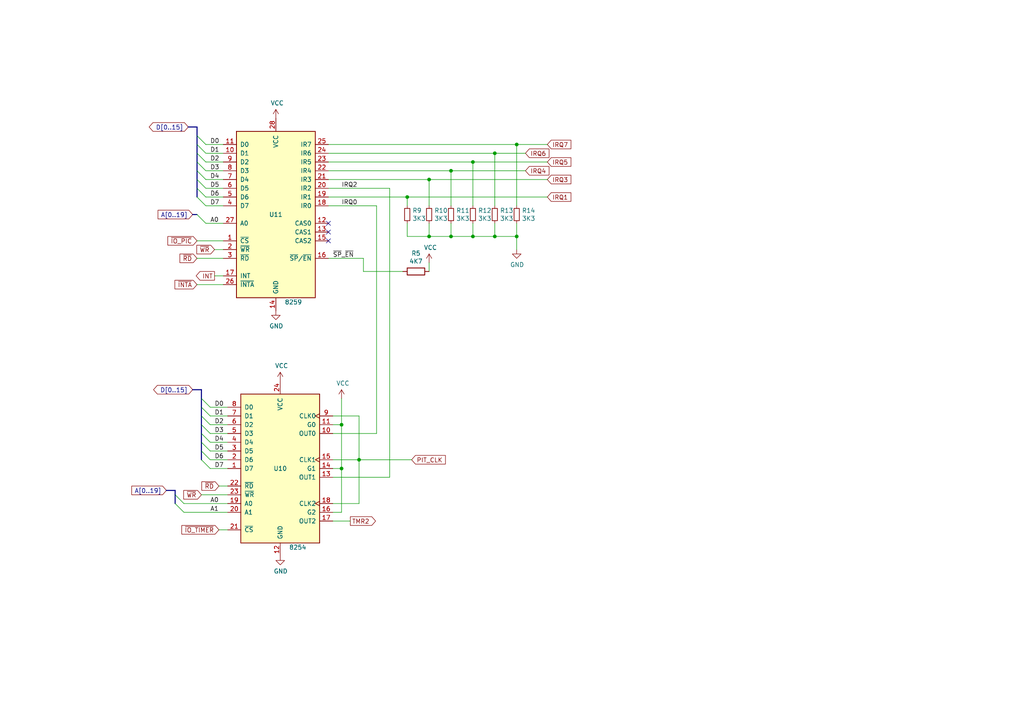
<source format=kicad_sch>
(kicad_sch (version 20230121) (generator eeschema)
  (paper "A4")
  (title_block (title "Mini8086 main system board") (rev "2.1"))
  (lib_symbols
    (symbol "Device:R" (pin_numbers hide) (pin_names (offset 0))
      (property "Reference" "R" (at 2.032 0 90))
      (property "Value" "R" (at 0 0 90))
      (symbol "R_0_1"
        (rectangle (start -1.016 -2.54) (end 1.016 2.54) (stroke (width 0.254)))
      )
      (symbol "R_1_1"
        (pin passive line (at 0 3.81 270) (length 1.27) (name "~") (number "1"))
        (pin passive line (at 0 -3.81 90) (length 1.27) (name "~") (number "2"))
      )
    )
    (symbol "Device:R_Small" (pin_numbers hide) (pin_names (offset 0.254) hide)
      (property "Reference" "R" (at 0.762 0.508 0))
      (property "Value" "R_Small" (at 0.762 -1.016 0))
      (symbol "R_Small_0_1"
        (rectangle (start -0.762 1.778) (end 0.762 -1.778) (stroke (width 0.2032)))
      )
      (symbol "R_Small_1_1"
        (pin passive line (at 0 2.54 270) (length 0.762) (name "~") (number "1"))
        (pin passive line (at 0 -2.54 90) (length 0.762) (name "~") (number "2"))
      )
    )
    (symbol "Interface:8259" (pin_names (offset 1.016))
      (property "Reference" "U" (at -10.16 25.4 0))
      (property "Value" "8259" (at 8.89 25.4 0))
      (symbol "8259_0_1"
        (rectangle (start -11.43 24.13) (end 11.43 -24.13) (stroke (width 0.254)) (fill (type background)))
      )
      (symbol "8259_1_1"
        (pin input line (at -15.24 -7.62 0) (length 3.81) (name "~{CS}") (number "1"))
        (pin bidirectional line (at -15.24 17.78 0) (length 3.81) (name "D1") (number "10"))
        (pin bidirectional line (at -15.24 20.32 0) (length 3.81) (name "D0") (number "11"))
        (pin input line (at 15.24 -2.54 180) (length 3.81) (name "CAS0") (number "12"))
        (pin output line (at 15.24 -5.08 180) (length 3.81) (name "CAS1") (number "13"))
        (pin power_in line (at 0 -27.94 90) (length 3.81) (name "GND") (number "14"))
        (pin output line (at 15.24 -7.62 180) (length 3.81) (name "CAS2") (number "15"))
        (pin bidirectional line (at 15.24 -12.7 180) (length 3.81) (name "~{SP}/~{EN}") (number "16"))
        (pin output line (at -15.24 -17.78 0) (length 3.81) (name "INT") (number "17"))
        (pin input line (at 15.24 2.54 180) (length 3.81) (name "IR0") (number "18"))
        (pin input line (at 15.24 5.08 180) (length 3.81) (name "IR1") (number "19"))
        (pin input line (at -15.24 -10.16 0) (length 3.81) (name "~{WR}") (number "2"))
        (pin input line (at 15.24 7.62 180) (length 3.81) (name "IR2") (number "20"))
        (pin input line (at 15.24 10.16 180) (length 3.81) (name "IR3") (number "21"))
        (pin input line (at 15.24 12.7 180) (length 3.81) (name "IR4") (number "22"))
        (pin input line (at 15.24 15.24 180) (length 3.81) (name "IR5") (number "23"))
        (pin input line (at 15.24 17.78 180) (length 3.81) (name "IR6") (number "24"))
        (pin input line (at 15.24 20.32 180) (length 3.81) (name "IR7") (number "25"))
        (pin input line (at -15.24 -20.32 0) (length 3.81) (name "~{INTA}") (number "26"))
        (pin input line (at -15.24 -2.54 0) (length 3.81) (name "A0") (number "27"))
        (pin power_in line (at 0 27.94 270) (length 3.81) (name "VCC") (number "28"))
        (pin input line (at -15.24 -12.7 0) (length 3.81) (name "~{RD}") (number "3"))
        (pin bidirectional line (at -15.24 2.54 0) (length 3.81) (name "D7") (number "4"))
        (pin bidirectional line (at -15.24 5.08 0) (length 3.81) (name "D6") (number "5"))
        (pin bidirectional line (at -15.24 7.62 0) (length 3.81) (name "D5") (number "6"))
        (pin bidirectional line (at -15.24 10.16 0) (length 3.81) (name "D4") (number "7"))
        (pin bidirectional line (at -15.24 12.7 0) (length 3.81) (name "D3") (number "8"))
        (pin bidirectional line (at -15.24 15.24 0) (length 3.81) (name "D2") (number "9"))
      )
    )
    (symbol "main-rescue:8254-Timer" (pin_names (offset 1.016))
      (property "Reference" "U" (at -11.43 22.86 0))
      (property "Value" "Timer_8254" (at 2.54 22.86 0))
      (symbol "8254-Timer_0_1"
        (rectangle (start -11.43 -21.59) (end 11.43 21.59) (stroke (width 0.254)) (fill (type background)))
      )
      (symbol "8254-Timer_1_1"
        (pin bidirectional line (at -15.24 0 0) (length 3.81) (name "D7") (number "1"))
        (pin output line (at 15.24 10.16 180) (length 3.81) (name "OUT0") (number "10"))
        (pin input line (at 15.24 12.7 180) (length 3.81) (name "G0") (number "11"))
        (pin power_in line (at 0 -25.4 90) (length 3.81) (name "GND") (number "12"))
        (pin output line (at 15.24 -2.54 180) (length 3.81) (name "OUT1") (number "13"))
        (pin input line (at 15.24 0 180) (length 3.81) (name "G1") (number "14"))
        (pin input clock (at 15.24 2.54 180) (length 3.81) (name "CLK1") (number "15"))
        (pin input line (at 15.24 -12.7 180) (length 3.81) (name "G2") (number "16"))
        (pin output line (at 15.24 -15.24 180) (length 3.81) (name "OUT2") (number "17"))
        (pin input clock (at 15.24 -10.16 180) (length 3.81) (name "CLK2") (number "18"))
        (pin input line (at -15.24 -10.16 0) (length 3.81) (name "A0") (number "19"))
        (pin bidirectional line (at -15.24 2.54 0) (length 3.81) (name "D6") (number "2"))
        (pin input line (at -15.24 -12.7 0) (length 3.81) (name "A1") (number "20"))
        (pin input line (at -15.24 -17.78 0) (length 3.81) (name "~{CS}") (number "21"))
        (pin input line (at -15.24 -5.08 0) (length 3.81) (name "~{RD}") (number "22"))
        (pin input line (at -15.24 -7.62 0) (length 3.81) (name "~{WR}") (number "23"))
        (pin power_in line (at 0 25.4 270) (length 3.81) (name "VCC") (number "24"))
        (pin bidirectional line (at -15.24 5.08 0) (length 3.81) (name "D5") (number "3"))
        (pin bidirectional line (at -15.24 7.62 0) (length 3.81) (name "D4") (number "4"))
        (pin bidirectional line (at -15.24 10.16 0) (length 3.81) (name "D3") (number "5"))
        (pin bidirectional line (at -15.24 12.7 0) (length 3.81) (name "D2") (number "6"))
        (pin bidirectional line (at -15.24 15.24 0) (length 3.81) (name "D1") (number "7"))
        (pin bidirectional line (at -15.24 17.78 0) (length 3.81) (name "D0") (number "8"))
        (pin input clock (at 15.24 15.24 180) (length 3.81) (name "CLK0") (number "9"))
      )
    )
    (symbol "power:GND" (power) (pin_names (offset 0))
      (property "Value" "GND" (at 0 -3.81 0))
      (symbol "GND_0_1"
        (polyline (pts (xy 0 0) (xy 0 -1.27) (xy 1.27 -1.27) (xy 0 -2.54) (xy -1.27 -1.27) (xy 0 -1.27)))
      )
      (symbol "GND_1_1"
        (pin power_in line (at 0 0 270) (length 0) hide (name "GND") (number "1"))
      )
    )
    (symbol "power:VCC" (power) (pin_names (offset 0))
      (property "Value" "VCC" (at 0 3.81 0))
      (symbol "VCC_0_1"
        (polyline (pts (xy -0.762 1.27) (xy 0 2.54)))
        (polyline (pts (xy 0 0) (xy 0 2.54)))
        (polyline (pts (xy 0 2.54) (xy 0.762 1.27)))
      )
      (symbol "VCC_1_1"
        (pin power_in line (at 0 0 90) (length 0) hide (name "VCC") (number "1"))
      )
    )
  )
  (junction (at 118.11 57.15))
  (junction (at 124.46 52.07))
  (junction (at 143.51 68.58))
  (junction (at 137.16 68.58))
  (junction (at 104.14 133.35))
  (junction (at 149.86 68.58))
  (junction (at 143.51 44.45))
  (junction (at 130.81 68.58))
  (junction (at 99.06 123.19))
  (junction (at 99.06 135.89))
  (junction (at 149.86 41.91))
  (junction (at 124.46 68.58))
  (junction (at 130.81 49.53))
  (junction (at 137.16 46.99))
  (no_connect (at 95.25 64.77))
  (no_connect (at 95.25 69.85))
  (no_connect (at 95.25 67.31))
  (bus_entry (at 60.96 120.65) (size -2.54 -2.54))
  (bus_entry (at 59.69 64.77) (size -2.54 -2.54))
  (bus_entry (at 60.96 128.27) (size -2.54 -2.54))
  (bus_entry (at 59.69 49.53) (size -2.54 -2.54))
  (bus_entry (at 60.96 133.35) (size -2.54 -2.54))
  (bus_entry (at 60.96 123.19) (size -2.54 -2.54))
  (bus_entry (at 59.69 44.45) (size -2.54 -2.54))
  (bus_entry (at 59.69 54.61) (size -2.54 -2.54))
  (bus_entry (at 59.69 59.69) (size -2.54 -2.54))
  (bus_entry (at 60.96 118.11) (size -2.54 -2.54))
  (bus_entry (at 60.96 135.89) (size -2.54 -2.54))
  (bus_entry (at 59.69 52.07) (size -2.54 -2.54))
  (bus_entry (at 60.96 125.73) (size -2.54 -2.54))
  (bus_entry (at 59.69 57.15) (size -2.54 -2.54))
  (bus_entry (at 59.69 41.91) (size -2.54 -2.54))
  (bus_entry (at 60.96 130.81) (size -2.54 -2.54))
  (bus_entry (at 59.69 46.99) (size -2.54 -2.54))
  (bus_entry (at 53.34 148.59) (size -2.54 -2.54))
  (bus_entry (at 53.34 146.05) (size -2.54 -2.54))
  (wire (pts (xy 137.16 46.99) (xy 95.25 46.99)))
  (wire (pts (xy 118.11 68.58) (xy 124.46 68.58)))
  (bus (pts (xy 57.15 44.45) (xy 57.15 46.99)))
  (wire (pts (xy 96.52 133.35) (xy 104.14 133.35)))
  (wire (pts (xy 158.75 41.91) (xy 149.86 41.91)))
  (bus (pts (xy 58.42 115.57) (xy 58.42 118.11)))
  (wire (pts (xy 118.11 64.77) (xy 118.11 68.58)))
  (wire (pts (xy 99.06 123.19) (xy 99.06 115.57)))
  (bus (pts (xy 57.15 36.83) (xy 54.61 36.83)))
  (bus (pts (xy 58.42 128.27) (xy 58.42 130.81)))
  (wire (pts (xy 60.96 123.19) (xy 66.04 123.19)))
  (wire (pts (xy 60.96 125.73) (xy 66.04 125.73)))
  (wire (pts (xy 113.03 138.43) (xy 96.52 138.43)))
  (wire (pts (xy 64.77 64.77) (xy 59.69 64.77)))
  (wire (pts (xy 59.69 46.99) (xy 64.77 46.99)))
  (wire (pts (xy 143.51 44.45) (xy 95.25 44.45)))
  (wire (pts (xy 59.69 52.07) (xy 64.77 52.07)))
  (wire (pts (xy 152.4 44.45) (xy 143.51 44.45)))
  (wire (pts (xy 57.15 82.55) (xy 64.77 82.55)))
  (bus (pts (xy 58.42 113.03) (xy 58.42 115.57)))
  (wire (pts (xy 96.52 120.65) (xy 104.14 120.65)))
  (wire (pts (xy 62.23 80.01) (xy 64.77 80.01)))
  (wire (pts (xy 63.5 140.97) (xy 66.04 140.97)))
  (wire (pts (xy 53.34 146.05) (xy 66.04 146.05)))
  (wire (pts (xy 95.25 54.61) (xy 113.03 54.61)))
  (wire (pts (xy 95.25 59.69) (xy 109.22 59.69)))
  (wire (pts (xy 124.46 78.74) (xy 124.46 76.2)))
  (bus (pts (xy 57.15 41.91) (xy 57.15 44.45)))
  (bus (pts (xy 57.15 36.83) (xy 57.15 39.37)))
  (wire (pts (xy 158.75 46.99) (xy 137.16 46.99)))
  (wire (pts (xy 60.96 118.11) (xy 66.04 118.11)))
  (wire (pts (xy 116.84 78.74) (xy 105.41 78.74)))
  (wire (pts (xy 130.81 49.53) (xy 152.4 49.53)))
  (wire (pts (xy 104.14 133.35) (xy 119.38 133.35)))
  (wire (pts (xy 62.23 72.39) (xy 64.77 72.39)))
  (bus (pts (xy 57.15 62.23) (xy 55.88 62.23)))
  (wire (pts (xy 143.51 59.69) (xy 143.51 44.45)))
  (wire (pts (xy 96.52 123.19) (xy 99.06 123.19)))
  (bus (pts (xy 58.42 125.73) (xy 58.42 128.27)))
  (wire (pts (xy 149.86 72.39) (xy 149.86 68.58)))
  (wire (pts (xy 137.16 68.58) (xy 143.51 68.58)))
  (bus (pts (xy 50.8 142.24) (xy 50.8 143.51)))
  (bus (pts (xy 57.15 46.99) (xy 57.15 49.53)))
  (wire (pts (xy 58.42 143.51) (xy 66.04 143.51)))
  (wire (pts (xy 104.14 146.05) (xy 96.52 146.05)))
  (wire (pts (xy 149.86 68.58) (xy 149.86 64.77)))
  (bus (pts (xy 58.42 123.19) (xy 58.42 125.73)))
  (wire (pts (xy 59.69 44.45) (xy 64.77 44.45)))
  (wire (pts (xy 118.11 59.69) (xy 118.11 57.15)))
  (wire (pts (xy 96.52 151.13) (xy 101.6 151.13)))
  (bus (pts (xy 50.8 142.24) (xy 48.26 142.24)))
  (wire (pts (xy 99.06 148.59) (xy 99.06 135.89)))
  (wire (pts (xy 104.14 133.35) (xy 104.14 146.05)))
  (wire (pts (xy 113.03 54.61) (xy 113.03 138.43)))
  (wire (pts (xy 124.46 59.69) (xy 124.46 52.07)))
  (wire (pts (xy 118.11 57.15) (xy 158.75 57.15)))
  (wire (pts (xy 149.86 59.69) (xy 149.86 41.91)))
  (wire (pts (xy 137.16 59.69) (xy 137.16 46.99)))
  (bus (pts (xy 58.42 113.03) (xy 55.88 113.03)))
  (wire (pts (xy 63.5 153.67) (xy 66.04 153.67)))
  (wire (pts (xy 59.69 41.91) (xy 64.77 41.91)))
  (wire (pts (xy 130.81 59.69) (xy 130.81 49.53)))
  (bus (pts (xy 58.42 118.11) (xy 58.42 120.65)))
  (wire (pts (xy 57.15 69.85) (xy 64.77 69.85)))
  (wire (pts (xy 105.41 78.74) (xy 105.41 74.93)))
  (bus (pts (xy 57.15 49.53) (xy 57.15 52.07)))
  (wire (pts (xy 53.34 148.59) (xy 66.04 148.59)))
  (wire (pts (xy 109.22 59.69) (xy 109.22 125.73)))
  (wire (pts (xy 130.81 68.58) (xy 137.16 68.58)))
  (wire (pts (xy 143.51 68.58) (xy 149.86 68.58)))
  (wire (pts (xy 59.69 54.61) (xy 64.77 54.61)))
  (bus (pts (xy 57.15 39.37) (xy 57.15 41.91)))
  (wire (pts (xy 60.96 120.65) (xy 66.04 120.65)))
  (wire (pts (xy 59.69 57.15) (xy 64.77 57.15)))
  (wire (pts (xy 149.86 41.91) (xy 95.25 41.91)))
  (wire (pts (xy 60.96 128.27) (xy 66.04 128.27)))
  (wire (pts (xy 143.51 68.58) (xy 143.51 64.77)))
  (wire (pts (xy 124.46 68.58) (xy 130.81 68.58)))
  (bus (pts (xy 57.15 52.07) (xy 57.15 54.61)))
  (wire (pts (xy 59.69 49.53) (xy 64.77 49.53)))
  (wire (pts (xy 124.46 68.58) (xy 124.46 64.77)))
  (wire (pts (xy 99.06 135.89) (xy 99.06 123.19)))
  (bus (pts (xy 50.8 143.51) (xy 50.8 146.05)))
  (wire (pts (xy 130.81 68.58) (xy 130.81 64.77)))
  (wire (pts (xy 60.96 135.89) (xy 66.04 135.89)))
  (wire (pts (xy 124.46 52.07) (xy 95.25 52.07)))
  (wire (pts (xy 96.52 135.89) (xy 99.06 135.89)))
  (wire (pts (xy 60.96 133.35) (xy 66.04 133.35)))
  (wire (pts (xy 60.96 130.81) (xy 66.04 130.81)))
  (bus (pts (xy 57.15 54.61) (xy 57.15 57.15)))
  (wire (pts (xy 95.25 49.53) (xy 130.81 49.53)))
  (wire (pts (xy 57.15 74.93) (xy 64.77 74.93)))
  (wire (pts (xy 95.25 57.15) (xy 118.11 57.15)))
  (wire (pts (xy 104.14 120.65) (xy 104.14 133.35)))
  (wire (pts (xy 96.52 125.73) (xy 109.22 125.73)))
  (wire (pts (xy 105.41 74.93) (xy 95.25 74.93)))
  (bus (pts (xy 58.42 130.81) (xy 58.42 133.35)))
  (bus (pts (xy 58.42 120.65) (xy 58.42 123.19)))
  (wire (pts (xy 59.69 59.69) (xy 64.77 59.69)))
  (wire (pts (xy 158.75 52.07) (xy 124.46 52.07)))
  (wire (pts (xy 137.16 68.58) (xy 137.16 64.77)))
  (wire (pts (xy 96.52 148.59) (xy 99.06 148.59)))
  (label "D5" (at 60.96 54.61 0))
  (label "D0" (at 62.23 118.11 0))
  (label "D7" (at 60.96 59.69 0))
  (label "D6" (at 60.96 57.15 0))
  (label "D2" (at 62.23 123.19 0))
  (label "D6" (at 62.23 133.35 0))
  (label "D0" (at 60.96 41.91 0))
  (label "~{SP}_~{EN}" (at 96.52 74.93 0))
  (label "D4" (at 62.23 128.27 0))
  (label "A0" (at 60.96 64.77 0))
  (label "A0" (at 60.96 146.05 0))
  (label "D1" (at 62.23 120.65 0))
  (label "D7" (at 62.23 135.89 0))
  (label "D4" (at 60.96 52.07 0))
  (label "D3" (at 60.96 49.53 0))
  (label "D2" (at 60.96 46.99 0))
  (label "IRQ0" (at 99.06 59.69 0))
  (label "D1" (at 60.96 44.45 0))
  (label "IRQ2" (at 99.06 54.61 0))
  (label "D5" (at 62.23 130.81 0))
  (label "A1" (at 60.96 148.59 0))
  (label "D3" (at 62.23 125.73 0))
  (global_label "IRQ4" (shape input) (at 152.4 49.53 0) (property "Intersheetrefs" "${INTERSHEET_REFS}" (effects hide)))
  (global_label "IRQ5" (shape input) (at 158.75 46.99 0) (property "Intersheetrefs" "${INTERSHEET_REFS}" (effects hide)))
  (global_label "D[0..15]" (shape bidirectional) (at 54.61 36.83 180) (property "Intersheetrefs" "${INTERSHEET_REFS}" (effects hide)))
  (global_label "IRQ7" (shape input) (at 158.75 41.91 0) (property "Intersheetrefs" "${INTERSHEET_REFS}" (effects hide)))
  (global_label "IRQ1" (shape input) (at 158.75 57.15 0) (property "Intersheetrefs" "${INTERSHEET_REFS}" (effects hide)))
  (global_label "~{WR}" (shape input) (at 58.42 143.51 180) (property "Intersheetrefs" "${INTERSHEET_REFS}" (effects hide)))
  (global_label "~{IO_PIC}" (shape input) (at 57.15 69.85 180) (property "Intersheetrefs" "${INTERSHEET_REFS}" (effects hide)))
  (global_label "PIT_CLK" (shape input) (at 119.38 133.35 0) (property "Intersheetrefs" "${INTERSHEET_REFS}" (effects hide)))
  (global_label "~{RD}" (shape input) (at 57.15 74.93 180) (property "Intersheetrefs" "${INTERSHEET_REFS}" (effects hide)))
  (global_label "A[0..19]" (shape input) (at 48.26 142.24 180) (property "Intersheetrefs" "${INTERSHEET_REFS}" (effects hide)))
  (global_label "IRQ6" (shape input) (at 152.4 44.45 0) (property "Intersheetrefs" "${INTERSHEET_REFS}" (effects hide)))
  (global_label "~{WR}" (shape input) (at 62.23 72.39 180) (property "Intersheetrefs" "${INTERSHEET_REFS}" (effects hide)))
  (global_label "D[0..15]" (shape bidirectional) (at 55.88 113.03 180) (property "Intersheetrefs" "${INTERSHEET_REFS}" (effects hide)))
  (global_label "INT" (shape output) (at 62.23 80.01 180) (property "Intersheetrefs" "${INTERSHEET_REFS}" (effects hide)))
  (global_label "A[0..19]" (shape input) (at 55.88 62.23 180) (property "Intersheetrefs" "${INTERSHEET_REFS}" (effects hide)))
  (global_label "TMR2" (shape output) (at 101.6 151.13 0) (property "Intersheetrefs" "${INTERSHEET_REFS}" (effects hide)))
  (global_label "~{RD}" (shape input) (at 63.5 140.97 180) (property "Intersheetrefs" "${INTERSHEET_REFS}" (effects hide)))
  (global_label "~{IO_TIMER}" (shape input) (at 63.5 153.67 180) (property "Intersheetrefs" "${INTERSHEET_REFS}" (effects hide)))
  (global_label "~{INTA}" (shape input) (at 57.15 82.55 180) (property "Intersheetrefs" "${INTERSHEET_REFS}" (effects hide)))
  (global_label "IRQ3" (shape input) (at 158.75 52.07 0) (property "Intersheetrefs" "${INTERSHEET_REFS}" (effects hide)))
  (symbol (lib_id "Device:R") (at 120.65 78.74 270) (unit 1)
    (property "Reference" "R5" (at 120.65 73.4822 90))
    (property "Value" "4K7" (at 120.65 75.7936 90))
    (property "Footprint" "Resistor_SMD:R_1206_3216Metric" (effects hide))
  )
  (symbol (lib_id "Interface:8259") (at 80.01 62.23 0) (unit 1)
    (property "Reference" "U11" (at 80.01 62.23 0))
    (property "Value" "8259" (at 85.09 87.63 0))
    (property "Footprint" "Package_DIP:DIP-28_W15.24mm_Socket_LongPads" (effects hide))
    (property "Datasheet" "http://pdos.csail.mit.edu/6.828/2005/readings/hardware/8259A.pdf" (effects hide))
  )
  (symbol (lib_id "main-rescue:8254-Timer") (at 81.28 135.89 0) (unit 1)
    (property "Reference" "U10" (at 81.28 135.89 0))
    (property "Value" "8254" (at 86.36 158.75 0))
    (property "Footprint" "Package_DIP:DIP-24_W15.24mm_Socket_LongPads" (effects hide))
    (property "Datasheet" "http://www.scs.stanford.edu/10wi-cs140/pintos/specs/8254.pdf" (effects hide))
  )
  (symbol (lib_id "power:GND") (at 81.28 161.29 0) (unit 1)
    (property "Reference" "#PWR032" (effects hide))
    (property "Value" "GND" (at 81.407 165.6842 0))
  )
  (symbol (lib_id "power:GND") (at 80.01 90.17 0) (unit 1)
    (property "Reference" "#PWR037" (effects hide))
    (property "Value" "GND" (at 80.137 94.5642 0))
  )
  (symbol (lib_id "power:VCC") (at 81.28 110.49 0) (unit 1)
    (property "Reference" "#PWR031" (effects hide))
    (property "Value" "VCC" (at 81.661 106.0958 0))
  )
  (symbol (lib_id "power:VCC") (at 80.01 34.29 0) (unit 1)
    (property "Reference" "#PWR036" (effects hide))
    (property "Value" "VCC" (at 80.391 29.8958 0))
  )
  (symbol (lib_id "power:VCC") (at 124.46 76.2 0) (unit 1)
    (property "Reference" "#PWR039" (effects hide))
    (property "Value" "VCC" (at 124.841 71.8058 0))
  )
  (symbol (lib_id "power:VCC") (at 99.06 115.57 0) (unit 1)
    (property "Reference" "#PWR033" (effects hide))
    (property "Value" "VCC" (at 99.441 111.1758 0))
  )
  (symbol (lib_id "Device:R_Small") (at 118.11 62.23 0) (unit 1)
    (property "Reference" "R9" (at 119.6086 61.0616 0) (effects (justify left)))
    (property "Value" "3K3" (at 119.6086 63.373 0) (effects (justify left)))
    (property "Footprint" "Resistor_SMD:R_1206_3216Metric" (effects hide))
  )
  (symbol (lib_id "Device:R_Small") (at 124.46 62.23 0) (unit 1)
    (property "Reference" "R10" (at 125.9586 61.0616 0) (effects (justify left)))
    (property "Value" "3K3" (at 125.9586 63.373 0) (effects (justify left)))
    (property "Footprint" "Resistor_SMD:R_1206_3216Metric" (effects hide))
  )
  (symbol (lib_id "Device:R_Small") (at 130.81 62.23 0) (unit 1)
    (property "Reference" "R11" (at 132.3086 61.0616 0) (effects (justify left)))
    (property "Value" "3K3" (at 132.3086 63.373 0) (effects (justify left)))
    (property "Footprint" "Resistor_SMD:R_1206_3216Metric" (effects hide))
  )
  (symbol (lib_id "Device:R_Small") (at 137.16 62.23 0) (unit 1)
    (property "Reference" "R12" (at 138.6586 61.0616 0) (effects (justify left)))
    (property "Value" "3K3" (at 138.6586 63.373 0) (effects (justify left)))
    (property "Footprint" "Resistor_SMD:R_1206_3216Metric" (effects hide))
  )
  (symbol (lib_id "Device:R_Small") (at 143.51 62.23 0) (unit 1)
    (property "Reference" "R13" (at 145.0086 61.0616 0) (effects (justify left)))
    (property "Value" "3K3" (at 145.0086 63.373 0) (effects (justify left)))
    (property "Footprint" "Resistor_SMD:R_1206_3216Metric" (effects hide))
  )
  (symbol (lib_id "Device:R_Small") (at 149.86 62.23 0) (unit 1)
    (property "Reference" "R14" (at 151.3586 61.0616 0) (effects (justify left)))
    (property "Value" "3K3" (at 151.3586 63.373 0) (effects (justify left)))
    (property "Footprint" "Resistor_SMD:R_1206_3216Metric" (effects hide))
  )
  (symbol (lib_id "power:GND") (at 149.86 72.39 0) (unit 1)
    (property "Reference" "#PWR057" (effects hide))
    (property "Value" "GND" (at 149.987 76.7842 0))
  )
)
</source>
